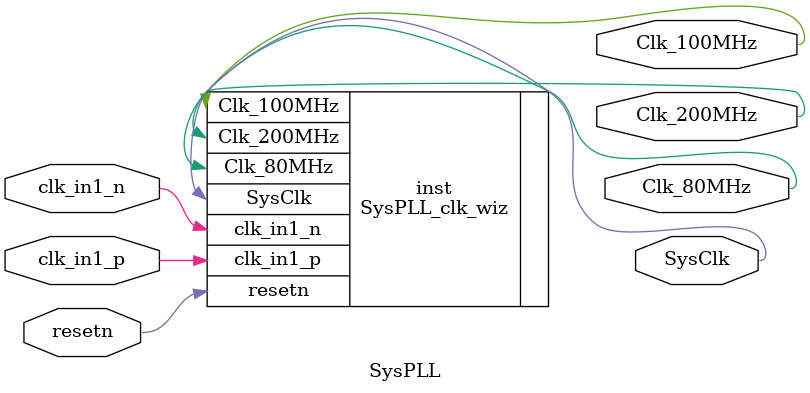
<source format=v>


`timescale 1ps/1ps

(* CORE_GENERATION_INFO = "SysPLL,clk_wiz_v6_0_11_0_0,{component_name=SysPLL,use_phase_alignment=true,use_min_o_jitter=false,use_max_i_jitter=false,use_dyn_phase_shift=false,use_inclk_switchover=false,use_dyn_reconfig=false,enable_axi=0,feedback_source=FDBK_AUTO,PRIMITIVE=MMCM,num_out_clk=4,clkin1_period=10.000,clkin2_period=10.000,use_power_down=false,use_reset=true,use_locked=false,use_inclk_stopped=false,feedback_type=SINGLE,CLOCK_MGR_TYPE=NA,manual_override=false}" *)

module SysPLL 
 (
  // Clock out ports
  output        Clk_80MHz,
  output        Clk_100MHz,
  output        SysClk,
  output        Clk_200MHz,
  // Status and control signals
  input         resetn,
 // Clock in ports
  input         clk_in1_p,
  input         clk_in1_n
 );

  SysPLL_clk_wiz inst
  (
  // Clock out ports  
  .Clk_80MHz(Clk_80MHz),
  .Clk_100MHz(Clk_100MHz),
  .SysClk(SysClk),
  .Clk_200MHz(Clk_200MHz),
  // Status and control signals               
  .resetn(resetn), 
 // Clock in ports
  .clk_in1_p(clk_in1_p),
  .clk_in1_n(clk_in1_n)
  );

endmodule

</source>
